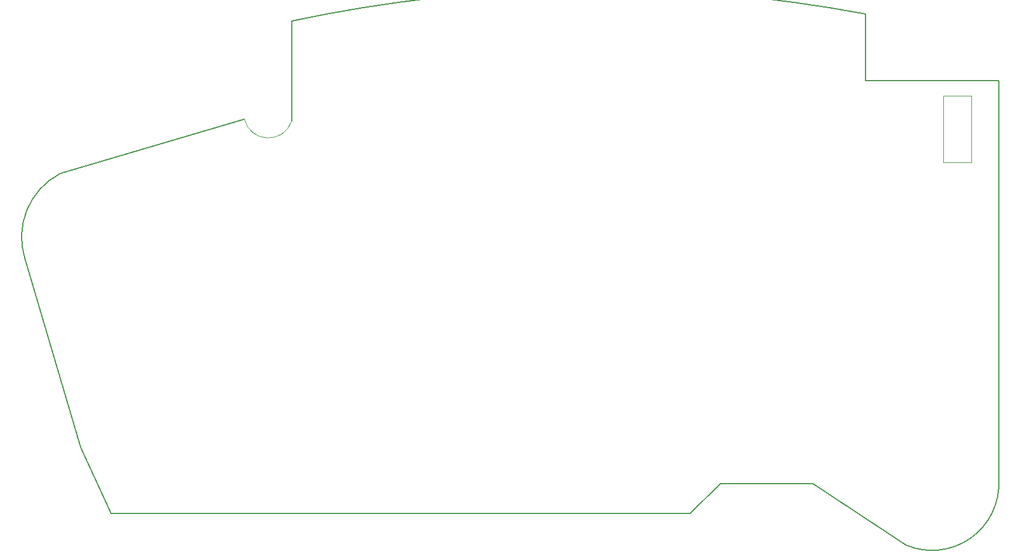
<source format=gbr>
%TF.GenerationSoftware,KiCad,Pcbnew,6.0.11-2627ca5db0~126~ubuntu22.04.1*%
%TF.CreationDate,2023-06-02T23:20:51-05:00*%
%TF.ProjectId,pcb,7063622e-6b69-4636-9164-5f7063625858,rev?*%
%TF.SameCoordinates,Original*%
%TF.FileFunction,Profile,NP*%
%FSLAX46Y46*%
G04 Gerber Fmt 4.6, Leading zero omitted, Abs format (unit mm)*
G04 Created by KiCad (PCBNEW 6.0.11-2627ca5db0~126~ubuntu22.04.1) date 2023-06-02 23:20:51*
%MOMM*%
%LPD*%
G01*
G04 APERTURE LIST*
%TA.AperFunction,Profile*%
%ADD10C,0.200000*%
%TD*%
%TA.AperFunction,Profile*%
%ADD11C,0.100000*%
%TD*%
%TA.AperFunction,Profile*%
%ADD12C,0.120000*%
%TD*%
G04 APERTURE END LIST*
D10*
X196342000Y-128270000D02*
X182880000Y-119380000D01*
D11*
X100583993Y-66548002D02*
G75*
G03*
X107442000Y-66802000I3465007J845102D01*
G01*
D10*
X182880000Y-119380000D02*
X169545000Y-119380000D01*
X196342019Y-128269957D02*
G75*
G03*
X209804000Y-118872000I3802081J8894457D01*
G01*
X73913999Y-74421997D02*
G75*
G03*
X68834001Y-86868000I4829511J-9230963D01*
G01*
X81295247Y-123693887D02*
X76850247Y-114168886D01*
X169545000Y-119380000D02*
X165100000Y-123693886D01*
X190515247Y-51303887D02*
G75*
G03*
X107442000Y-52324000I-39003117J-206827103D01*
G01*
X165100000Y-123693886D02*
X81295247Y-123693887D01*
X107442000Y-66802000D02*
X107442000Y-52324000D01*
X73914000Y-74422000D02*
X100584000Y-66548000D01*
X209804000Y-118872000D02*
X209804000Y-60960000D01*
X209804000Y-60960000D02*
X190500000Y-60960000D01*
X190500000Y-60960000D02*
X190515247Y-51303886D01*
X76850247Y-114168886D02*
X68834000Y-86868000D01*
D12*
%TO.C,SW2*%
X205867000Y-72771000D02*
X201803000Y-72771000D01*
X201803000Y-72771000D02*
X201803000Y-63119000D01*
X201803000Y-63119000D02*
X205867000Y-63119000D01*
X205867000Y-63119000D02*
X205867000Y-72771000D01*
%TD*%
M02*

</source>
